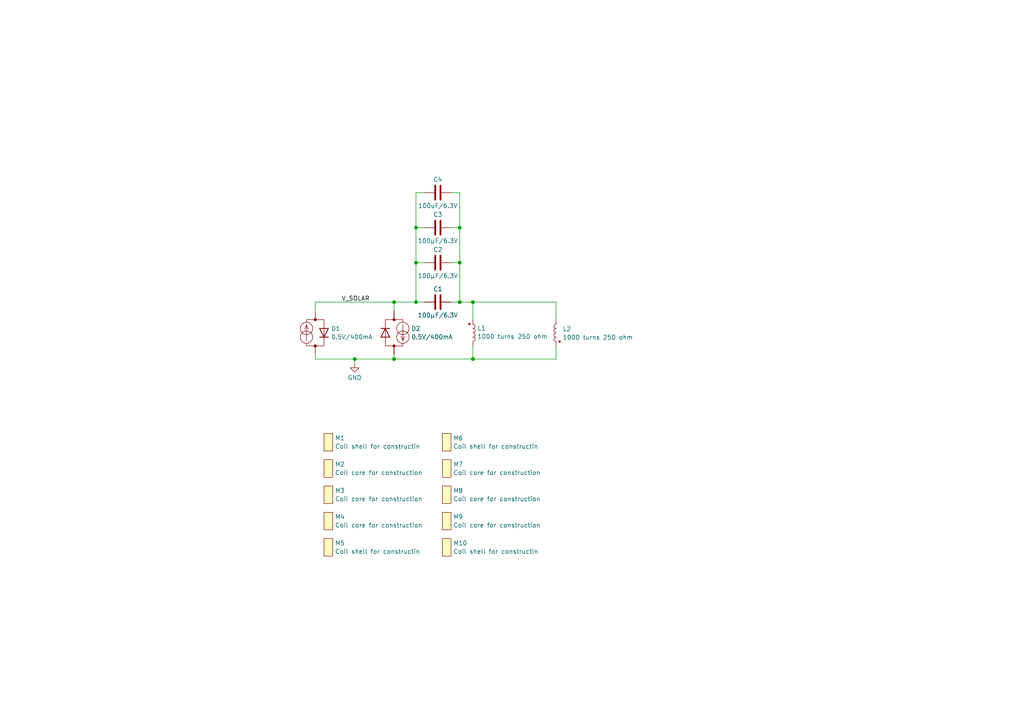
<source format=kicad_sch>
(kicad_sch (version 20230121) (generator eeschema)
  (paper "A4")
  (lib_symbols
    (symbol "Device:C" (pin_numbers hide) (pin_names (offset 0.254))
      (property "Reference" "C" (at 0.635 2.54 0))
      (property "Value" "C" (at 0.635 -2.54 0))
      (symbol "C_0_1"
        (polyline (pts (xy -2.032 -0.762) (xy 2.032 -0.762)) (stroke (width 0.508)))
        (polyline (pts (xy -2.032 0.762) (xy 2.032 0.762)) (stroke (width 0.508)))
      )
      (symbol "C_1_1"
        (pin passive line (at 0 3.81 270) (length 2.794) (name "~") (number "1"))
        (pin passive line (at 0 -3.81 90) (length 2.794) (name "~") (number "2"))
      )
    )
    (symbol "pendulum:Coil" (pin_numbers hide) (pin_names (offset 1.016) hide)
      (property "Reference" "L" (at 2.794 0.762 0))
      (property "Value" "1000 turns 250 ohm" (at 12.192 -1.27 0))
      (symbol "Coil_0_1"
        (arc (start 0 -2.54) (mid 0.6323 -1.905) (end 0 -1.27))
        (arc (start 0 -1.27) (mid 0.6323 -0.635) (end 0 0))
        (arc (start 0 0) (mid 0.6323 0.635) (end 0 1.27))
        (arc (start 0 1.27) (mid 0.6323 1.905) (end 0 2.54))
      )
      (symbol "Coil_1_1"
        (circle (center -1.016 2.54) (radius 0.254) (fill (type outline)))
        (pin passive line (at 0 3.81 270) (length 1.27) (name "1") (number "1"))
        (pin passive line (at 0 -3.81 90) (length 1.27) (name "2") (number "2"))
      )
    )
    (symbol "pendulum:Coil_core_for_construction"
      (property "Reference" "M" (at 3.81 -1.27 0))
      (property "Value" "Coil core for construction" (at 3.81 -3.81 0))
      (symbol "Coil_core_for_construction_1_1"
        (rectangle (start 0 0) (end 2.54 -5.08) (fill (type background)))
      )
    )
    (symbol "pendulum:Coil_shell_for_construction"
      (property "Reference" "M" (at 3.81 -1.27 0))
      (property "Value" "Coil shell for constructin" (at 3.81 -3.81 0))
      (symbol "Coil_shell_for_construction_1_1"
        (rectangle (start 0 0) (end 2.54 -5.08) (fill (type background)))
      )
    )
    (symbol "pendulum:solar_cell" (pin_numbers hide) (pin_names hide)
      (property "Reference" "D" (at 5.08 0 0))
      (property "Value" "0.5V/400mA" (at 10.16 -2.54 0))
      (symbol "solar_cell_0_1"
        (circle (center -2.54 -2.54) (radius 1.7961))
        (circle (center -2.54 0) (radius 1.7961))
        (polyline (pts (xy -2.032 -0.254) (xy -2.54 1.016)))
        (polyline (pts (xy 1.27 -2.54) (xy 3.81 -2.54)) (stroke (width 0.254)))
        (polyline (pts (xy 2.54 0) (xy 2.54 -2.54)))
        (polyline (pts (xy -2.54 -3.556) (xy -2.54 1.016) (xy -3.048 -0.254)))
        (polyline (pts (xy -2.54 -4.318) (xy -2.54 -5.08) (xy 2.54 -5.08) (xy 2.54 -2.54)))
        (polyline (pts (xy -2.54 1.778) (xy -2.54 2.54) (xy 2.54 2.54) (xy 2.54 0)))
        (polyline (pts (xy 1.27 0) (xy 3.81 0) (xy 2.54 -2.54) (xy 1.27 0)) (stroke (width 0.254)))
      )
      (symbol "solar_cell_1_1"
        (circle (center 0 -5.08) (radius 0.3592) (fill (type outline)))
        (circle (center 0 2.54) (radius 0.3592) (fill (type outline)))
        (pin passive line (at 0 5.08 270) (length 2.54) (name "A") (number "1"))
        (pin passive line (at 0 -7.62 90) (length 2.54) (name "K") (number "2"))
      )
    )
    (symbol "power:GND" (power) (pin_names (offset 0))
      (property "Value" "GND" (at 0 -3.81 0))
      (symbol "GND_0_1"
        (polyline (pts (xy 0 0) (xy 0 -1.27) (xy 1.27 -1.27) (xy 0 -2.54) (xy -1.27 -1.27) (xy 0 -1.27)))
      )
      (symbol "GND_1_1"
        (pin power_in line (at 0 0 270) (length 0) hide (name "GND") (number "1"))
      )
    )
  )
  (junction (at 137.16 104.14))
  (junction (at 120.65 87.63))
  (junction (at 133.35 66.04))
  (junction (at 114.3 87.63))
  (junction (at 133.35 76.2))
  (junction (at 133.35 87.63))
  (junction (at 120.65 76.2))
  (junction (at 137.16 87.63))
  (junction (at 102.87 104.14))
  (junction (at 114.3 104.14))
  (junction (at 120.65 66.04))
  (wire (pts (xy 120.65 55.88) (xy 120.65 66.04)))
  (wire (pts (xy 133.35 87.63) (xy 137.16 87.63)))
  (wire (pts (xy 161.29 104.14) (xy 137.16 104.14)))
  (wire (pts (xy 91.44 102.87) (xy 91.44 104.14)))
  (wire (pts (xy 120.65 76.2) (xy 120.65 87.63)))
  (wire (pts (xy 137.16 104.14) (xy 114.3 104.14)))
  (wire (pts (xy 133.35 76.2) (xy 133.35 87.63)))
  (wire (pts (xy 161.29 87.63) (xy 161.29 92.71)))
  (wire (pts (xy 120.65 66.04) (xy 120.65 76.2)))
  (wire (pts (xy 91.44 104.14) (xy 102.87 104.14)))
  (wire (pts (xy 130.81 66.04) (xy 133.35 66.04)))
  (wire (pts (xy 120.65 66.04) (xy 123.19 66.04)))
  (wire (pts (xy 137.16 87.63) (xy 137.16 92.71)))
  (wire (pts (xy 137.16 100.33) (xy 137.16 104.14)))
  (wire (pts (xy 120.65 87.63) (xy 123.19 87.63)))
  (wire (pts (xy 91.44 87.63) (xy 114.3 87.63)))
  (wire (pts (xy 123.19 55.88) (xy 120.65 55.88)))
  (wire (pts (xy 133.35 55.88) (xy 133.35 66.04)))
  (wire (pts (xy 130.81 87.63) (xy 133.35 87.63)))
  (wire (pts (xy 91.44 90.17) (xy 91.44 87.63)))
  (wire (pts (xy 137.16 87.63) (xy 161.29 87.63)))
  (wire (pts (xy 130.81 76.2) (xy 133.35 76.2)))
  (wire (pts (xy 114.3 104.14) (xy 114.3 102.87)))
  (wire (pts (xy 133.35 66.04) (xy 133.35 76.2)))
  (wire (pts (xy 102.87 104.14) (xy 114.3 104.14)))
  (wire (pts (xy 161.29 100.33) (xy 161.29 104.14)))
  (wire (pts (xy 130.81 55.88) (xy 133.35 55.88)))
  (wire (pts (xy 120.65 76.2) (xy 123.19 76.2)))
  (wire (pts (xy 114.3 87.63) (xy 114.3 90.17)))
  (wire (pts (xy 102.87 104.14) (xy 102.87 105.41)))
  (wire (pts (xy 114.3 87.63) (xy 120.65 87.63)))
  (label "V_SOLAR" (at 99.06 87.63 0))
  (symbol (lib_id "pendulum:solar_cell") (at 114.3 97.79 180) (unit 1)
    (property "Reference" "D2" (at 119.2711 95.3079 0) (effects (justify right)))
    (property "Value" "0.5V/400mA" (at 119.2711 97.7321 0) (effects (justify right)))
    (property "Footprint" "pendulum:solar_cell" (effects hide))
  )
  (symbol (lib_id "pendulum:Coil_shell_for_construction") (at 128.27 125.73 0) (unit 1)
    (property "Reference" "M6" (at 131.445 127.0579 0) (effects (justify left)))
    (property "Value" "Coil shell for constructin" (at 131.445 129.4821 0) (effects (justify left)))
    (property "Footprint" "pendulum:coil_shell_for_construction" (effects hide))
  )
  (symbol (lib_id "pendulum:Coil") (at 161.29 96.52 180) (unit 1)
    (property "Reference" "L2" (at 163.1949 95.4349 0) (effects (justify right)))
    (property "Value" "1000 turns 250 ohm" (at 163.1949 97.8591 0) (effects (justify right)))
    (property "Footprint" "pendulum:coil" (effects hide))
  )
  (symbol (lib_id "pendulum:solar_cell") (at 91.44 95.25 0) (unit 1)
    (property "Reference" "D1" (at 96.012 95.3079 0) (effects (justify left)))
    (property "Value" "0.5V/400mA" (at 96.012 97.7321 0) (effects (justify left)))
    (property "Footprint" "pendulum:solar_cell" (effects hide))
  )
  (symbol (lib_id "power:GND") (at 102.87 105.41 0) (unit 1)
    (property "Reference" "#PWR01" (effects hide))
    (property "Value" "GND" (at 102.87 109.5431 0))
  )
  (symbol (lib_id "Device:C") (at 127 66.04 90) (unit 1)
    (property "Reference" "C3" (at 127 62.23 90))
    (property "Value" "100µF/6.3V" (at 127 69.85 90))
    (property "Footprint" "Capacitor_SMD:C_1206_3216Metric_Pad1.33x1.80mm_HandSolder" (effects hide))
  )
  (symbol (lib_id "Device:C") (at 127 55.88 90) (unit 1)
    (property "Reference" "C4" (at 127 52.07 90))
    (property "Value" "100uF/6.3V" (at 127 59.69 90))
    (property "Footprint" "Capacitor_SMD:C_1206_3216Metric_Pad1.33x1.80mm_HandSolder" (effects hide))
  )
  (symbol (lib_id "pendulum:Coil_core_for_construction") (at 128.27 140.97 0) (unit 1)
    (property "Reference" "M8" (at 131.445 142.2979 0) (effects (justify left)))
    (property "Value" "Coil core for construction" (at 131.445 144.7221 0) (effects (justify left)))
    (property "Footprint" "pendulum:coil_core_for_construction" (effects hide))
  )
  (symbol (lib_id "pendulum:Coil_shell_for_construction") (at 93.98 125.73 0) (unit 1)
    (property "Reference" "M1" (at 97.155 127.0579 0) (effects (justify left)))
    (property "Value" "Coil shell for constructin" (at 97.155 129.4821 0) (effects (justify left)))
    (property "Footprint" "pendulum:coil_shell_for_construction" (effects hide))
  )
  (symbol (lib_id "pendulum:Coil_core_for_construction") (at 128.27 133.35 0) (unit 1)
    (property "Reference" "M7" (at 131.445 134.6779 0) (effects (justify left)))
    (property "Value" "Coil core for construction" (at 131.445 137.1021 0) (effects (justify left)))
    (property "Footprint" "pendulum:coil_core_for_construction" (effects hide))
  )
  (symbol (lib_id "pendulum:Coil_shell_for_construction") (at 128.27 156.21 0) (unit 1)
    (property "Reference" "M10" (at 131.445 157.5379 0) (effects (justify left)))
    (property "Value" "Coil shell for constructin" (at 131.445 159.9621 0) (effects (justify left)))
    (property "Footprint" "pendulum:coil_shell_for_construction" (effects hide))
  )
  (symbol (lib_id "pendulum:Coil_core_for_construction") (at 93.98 140.97 0) (unit 1)
    (property "Reference" "M3" (at 97.155 142.2979 0) (effects (justify left)))
    (property "Value" "Coil core for construction" (at 97.155 144.7221 0) (effects (justify left)))
    (property "Footprint" "pendulum:coil_core_for_construction" (effects hide))
  )
  (symbol (lib_id "pendulum:Coil") (at 137.16 96.52 0) (unit 1)
    (property "Reference" "L1" (at 138.4272 95.1809 0) (effects (justify left)))
    (property "Value" "1000 turns 250 ohm" (at 138.4272 97.6051 0) (effects (justify left)))
    (property "Footprint" "pendulum:coil" (effects hide))
  )
  (symbol (lib_id "pendulum:Coil_core_for_construction") (at 93.98 148.59 0) (unit 1)
    (property "Reference" "M4" (at 97.155 149.9179 0) (effects (justify left)))
    (property "Value" "Coil core for construction" (at 97.155 152.3421 0) (effects (justify left)))
    (property "Footprint" "pendulum:coil_core_for_construction" (effects hide))
  )
  (symbol (lib_id "pendulum:Coil_core_for_construction") (at 93.98 133.35 0) (unit 1)
    (property "Reference" "M2" (at 97.155 134.6779 0) (effects (justify left)))
    (property "Value" "Coil core for construction" (at 97.155 137.1021 0) (effects (justify left)))
    (property "Footprint" "pendulum:coil_core_for_construction" (effects hide))
  )
  (symbol (lib_id "pendulum:Coil_core_for_construction") (at 128.27 148.59 0) (unit 1)
    (property "Reference" "M9" (at 131.445 149.9179 0) (effects (justify left)))
    (property "Value" "Coil core for construction" (at 131.445 152.3421 0) (effects (justify left)))
    (property "Footprint" "pendulum:coil_core_for_construction" (effects hide))
  )
  (symbol (lib_id "pendulum:Coil_shell_for_construction") (at 93.98 156.21 0) (unit 1)
    (property "Reference" "M5" (at 97.155 157.5379 0) (effects (justify left)))
    (property "Value" "Coil shell for constructin" (at 97.155 159.9621 0) (effects (justify left)))
    (property "Footprint" "pendulum:coil_shell_for_construction" (effects hide))
  )
  (symbol (lib_id "Device:C") (at 127 87.63 90) (unit 1)
    (property "Reference" "C1" (at 127 83.82 90))
    (property "Value" "100µF/6.3V" (at 127 91.44 90))
    (property "Footprint" "Capacitor_SMD:C_1206_3216Metric_Pad1.33x1.80mm_HandSolder" (effects hide))
  )
  (symbol (lib_id "Device:C") (at 127 76.2 90) (unit 1)
    (property "Reference" "C2" (at 127 72.39 90))
    (property "Value" "100µF/6.3V" (at 127 80.01 90))
    (property "Footprint" "Capacitor_SMD:C_1206_3216Metric_Pad1.33x1.80mm_HandSolder" (effects hide))
  )
)
</source>
